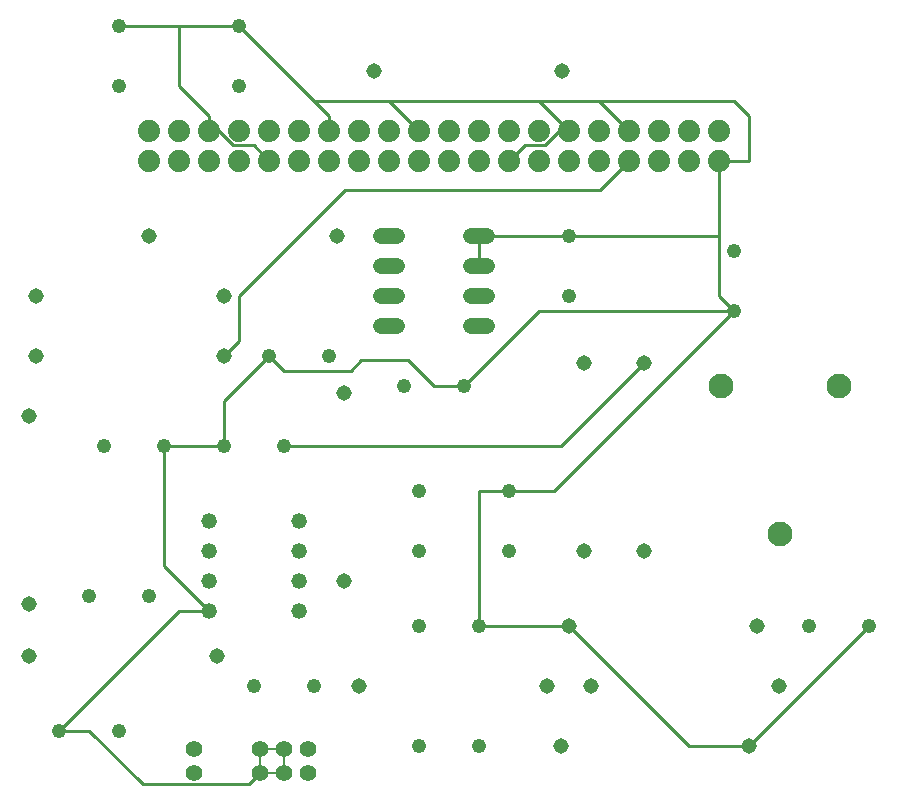
<source format=gbr>
G04 EAGLE Gerber RS-274X export*
G75*
%MOMM*%
%FSLAX34Y34*%
%LPD*%
%INBottom Copper*%
%IPPOS*%
%AMOC8*
5,1,8,0,0,1.08239X$1,22.5*%
G01*
%ADD10C,1.216000*%
%ADD11C,1.408000*%
%ADD12C,1.320800*%
%ADD13C,1.320800*%
%ADD14C,1.879600*%
%ADD15C,1.308000*%
%ADD16C,2.100000*%
%ADD17C,0.254000*%
%ADD18C,0.152400*%


D10*
X1028700Y558800D03*
X1079500Y558800D03*
X876300Y1117600D03*
X876300Y1168400D03*
X1295400Y977900D03*
X1295400Y927100D03*
X914400Y812800D03*
X863600Y812800D03*
X774700Y1117600D03*
X774700Y1168400D03*
X952500Y889000D03*
X901700Y889000D03*
X1016000Y863600D03*
X1066800Y863600D03*
X1358900Y660400D03*
X1409700Y660400D03*
X1104900Y723900D03*
X1104900Y774700D03*
X1079500Y660400D03*
X1028700Y660400D03*
X1155700Y990600D03*
X1155700Y939800D03*
X1028700Y774700D03*
X1028700Y723900D03*
X774700Y571500D03*
X723900Y571500D03*
X762000Y812800D03*
X812800Y812800D03*
X939800Y609600D03*
X889000Y609600D03*
X749300Y685800D03*
X800100Y685800D03*
D11*
X838200Y556100D03*
X838200Y536100D03*
D12*
X1072896Y914400D02*
X1086104Y914400D01*
X1086104Y939800D02*
X1072896Y939800D01*
X1072896Y965200D02*
X1086104Y965200D01*
X1086104Y990600D02*
X1072896Y990600D01*
X1009904Y990600D02*
X996696Y990600D01*
X996696Y965200D02*
X1009904Y965200D01*
X1009904Y939800D02*
X996696Y939800D01*
X996696Y914400D02*
X1009904Y914400D01*
D13*
X850900Y749300D03*
X850900Y723900D03*
X927100Y723900D03*
X927100Y749300D03*
X850900Y698500D03*
X850900Y673100D03*
X927100Y698500D03*
X927100Y673100D03*
D14*
X800100Y1054100D03*
X825500Y1054100D03*
X850900Y1054100D03*
X876300Y1054100D03*
X901700Y1054100D03*
X927100Y1054100D03*
X952500Y1054100D03*
X977900Y1054100D03*
X1003300Y1054100D03*
X1028700Y1054100D03*
X1054100Y1054100D03*
X1079500Y1054100D03*
X1104900Y1054100D03*
X1104900Y1079500D03*
X1079500Y1079500D03*
X1054100Y1079500D03*
X1028700Y1079500D03*
X1003300Y1079500D03*
X977900Y1079500D03*
X952500Y1079500D03*
X927100Y1079500D03*
X901700Y1079500D03*
X876300Y1079500D03*
X850900Y1079500D03*
X825500Y1079500D03*
X800100Y1079500D03*
X1130300Y1054100D03*
X1130300Y1079500D03*
X1155700Y1054100D03*
X1155700Y1079500D03*
X1181100Y1054100D03*
X1181100Y1079500D03*
X1206500Y1054100D03*
X1206500Y1079500D03*
X1231900Y1054100D03*
X1231900Y1079500D03*
X1257300Y1054100D03*
X1257300Y1079500D03*
X1282700Y1054100D03*
X1282700Y1079500D03*
D15*
X990600Y1130300D03*
X1149600Y1130300D03*
X800100Y990600D03*
X959100Y990600D03*
X1219200Y723900D03*
X1219200Y882900D03*
X1155700Y660400D03*
X1314700Y660400D03*
X1308100Y558800D03*
X1149100Y558800D03*
X1333500Y609600D03*
X1174500Y609600D03*
X977900Y609600D03*
X1136900Y609600D03*
X1168400Y723900D03*
X1168400Y882900D03*
X965200Y698500D03*
X965200Y857500D03*
X698500Y838200D03*
X698500Y679200D03*
X863600Y889000D03*
X704600Y889000D03*
X698500Y635000D03*
X857500Y635000D03*
X863600Y939800D03*
X704600Y939800D03*
D11*
X934400Y556100D03*
X934400Y536100D03*
X914400Y556100D03*
X914400Y536100D03*
X894400Y556100D03*
X894400Y536100D03*
D16*
X1384300Y863600D03*
X1334300Y738600D03*
X1284300Y863600D03*
D17*
X850900Y1079500D02*
X850900Y1092200D01*
X825500Y1117600D01*
X825500Y1168400D01*
X774700Y1168400D01*
X825500Y1168400D02*
X876300Y1168400D01*
X952500Y1092200D02*
X952500Y1079500D01*
X952500Y1092200D02*
X939800Y1104900D01*
X876300Y1168400D01*
X888492Y1067308D02*
X901700Y1054100D01*
X859058Y1079500D02*
X850900Y1079500D01*
X871250Y1067308D02*
X888492Y1067308D01*
X871250Y1067308D02*
X859058Y1079500D01*
X1003300Y1104900D02*
X1028700Y1079500D01*
X1003300Y1104900D02*
X939800Y1104900D01*
X1130300Y1104900D02*
X1155700Y1079500D01*
X1130300Y1104900D02*
X1003300Y1104900D01*
X1181100Y1104900D02*
X1206500Y1079500D01*
X1181100Y1104900D02*
X1130300Y1104900D01*
X1282700Y1054100D02*
X1282700Y990600D01*
X1282700Y939800D01*
X1295400Y927100D01*
X1282700Y1054100D02*
X1308100Y1054100D01*
X1308100Y1092200D01*
X1295400Y1104900D01*
X1181100Y1104900D01*
X825500Y673100D02*
X723900Y571500D01*
X825500Y673100D02*
X850900Y673100D01*
X812800Y711200D01*
X812800Y812800D01*
X863600Y812800D01*
X863600Y850900D01*
X901700Y889000D01*
X749300Y571500D02*
X723900Y571500D01*
X794534Y526266D02*
X884566Y526266D01*
X794534Y526266D02*
X749300Y571500D01*
X884566Y526266D02*
X894400Y536100D01*
X1079500Y660400D02*
X1155700Y660400D01*
X1308100Y558800D02*
X1409700Y660400D01*
X1079500Y660400D02*
X1079500Y774700D01*
X1104900Y774700D01*
X1143000Y774700D02*
X1295400Y927100D01*
X1143000Y774700D02*
X1104900Y774700D01*
X914400Y876300D02*
X901700Y889000D01*
X914400Y876300D02*
X970800Y876300D01*
X1041250Y863600D02*
X1066800Y863600D01*
X1041250Y863600D02*
X1019676Y885174D01*
X979674Y885174D02*
X970800Y876300D01*
X979674Y885174D02*
X1019676Y885174D01*
X1155700Y660400D02*
X1257300Y558800D01*
X1308100Y558800D01*
X1066800Y863600D02*
X1130300Y927100D01*
X1295400Y927100D01*
X1079500Y965200D02*
X1079500Y990600D01*
X1155700Y990600D01*
X1282700Y990600D01*
X1118108Y1067308D02*
X1104900Y1054100D01*
X1147542Y1079500D02*
X1155700Y1079500D01*
X1135350Y1067308D02*
X1118108Y1067308D01*
X1135350Y1067308D02*
X1147542Y1079500D01*
D18*
X914400Y536100D02*
X894400Y536100D01*
X914400Y536100D02*
X914400Y556100D01*
X894400Y556100D01*
X894400Y536100D01*
D17*
X914908Y812292D02*
X1148588Y812292D01*
X1219196Y882900D02*
X1219200Y882900D01*
X1219196Y882900D02*
X1148588Y812292D01*
X914908Y812292D02*
X914400Y812800D01*
X966216Y1029716D02*
X1182116Y1029716D01*
X1206500Y1054100D01*
X876300Y901700D02*
X863600Y889000D01*
X876300Y939800D02*
X966216Y1029716D01*
X876300Y939800D02*
X876300Y901700D01*
M02*

</source>
